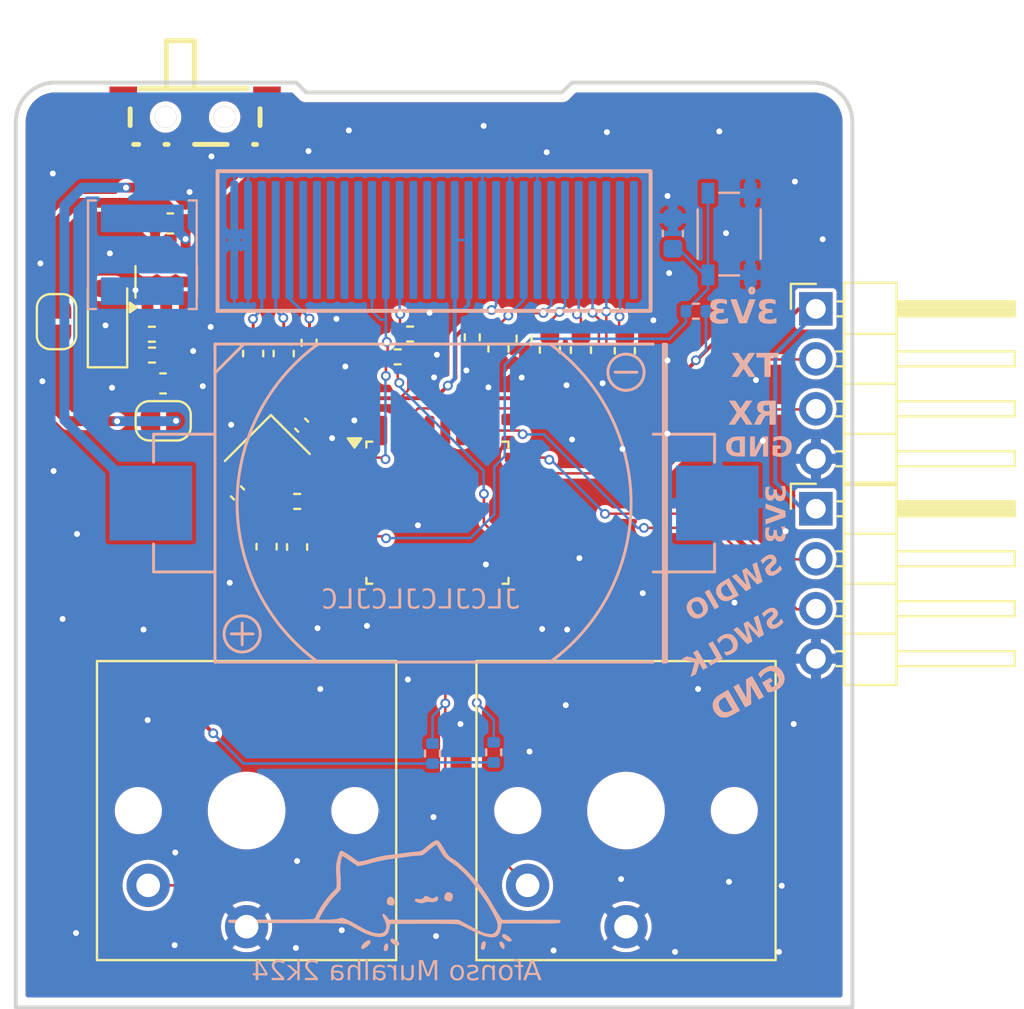
<source format=kicad_pcb>
(kicad_pcb (version 20240108) (generator "pcbnew") (generator_version "8.0")
  (layers (0 "F.Cu" signal) (31 "B.Cu" signal) (34 "B.Paste" user) (35 "F.Paste" user) (36 "B.SilkS" user "B.Silkscreen") (37 "F.SilkS" user "F.Silkscreen") (38 "B.Mask" user) (39 "F.Mask" user) (44 "Edge.Cuts" user))
  (net 0 "")
  (net 1 "Net-(BT1-+)")
  (net 2 "GND")
  (net 3 "Net-(D1-K)")
  (net 4 "3V3")
  (net 5 "/RST")
  (net 6 "/XTAL_IN")
  (net 7 "Net-(C7-Pad2)")
  (net 8 "Net-(D1-A)")
  (net 9 "/SW1")
  (net 10 "/SW2")
  (net 11 "Net-(U2-FB)")
  (net 12 "/XTAL_OUT")
  (net 39 "unconnected-(J1-Pin_17-Pad17)")
  (net 43 "Net-(J1-Pin_5)")
  (net 44 "Net-(J1-Pin_4)")
  (net 45 "Net-(J1-Pin_3)")
  (net 46 "Net-(J1-Pin_2)")
  (net 47 "Net-(J1-Pin_27)")
  (net 48 "Net-(J1-Pin_28)")
  (net 49 "/SDA")
  (net 50 "Net-(J1-Pin_26)")
  (net 51 "/SCL")
  (net 52 "Net-(J1-Pin_7)")
  (net 53 "Net-(JP1-A)")
  (net 54 "/SWDIO")
  (net 55 "/SWCLK")
  (net 56 "/UART_TX")
  (net 57 "/UART_RX")
  (footprint "Capacitor_SMD:C_0402_1005Metric" (layer "F.Cu") (at 97.943256 62.974587 -45)
    (property "Reference" "C7" (hide yes))
    (property "Value" "18p")
  )
  (footprint "Capacitor_SMD:C_0603_1608Metric" (layer "F.Cu") (at 100.29 55.89 90)
    (property "Reference" "C12" (hide yes))
    (property "Value" "2.2u")
  )
  (footprint "Resistor_SMD:R_0402_1005Metric" (layer "F.Cu") (at 106.079999 56.06)
    (property "Reference" "R12" (hide yes))
    (property "Value" "10k")
  )
  (footprint "Capacitor_SMD:C_0603_1608Metric" (layer "F.Cu") (at 117.62 55.75 90)
    (property "Reference" "C9" (hide yes))
    (property "Value" "2.2u")
  )
  (footprint "Connector_PinHeader_2.54mm:PinHeader_1x04_P2.54mm_Horizontal" (layer "F.Cu") (at 127.325 53.62)
    (property "Reference" "J3" (hide yes))
    (property "Value" "Conn_01x04")
  )
  (footprint "Bongo-Cat-Fidget-Toy:SW-SMD_SK-3296S-01-L3" (layer "F.Cu") (at 95.79 44.36 180)
    (property "Reference" "SW5" (hide yes))
    (property "Value" "SW_SPDT_321")
  )
  (footprint "Diode_SMD:D_SOD-123" (layer "F.Cu") (at 91.34 54.23 90)
    (property "Reference" "D1" (hide yes))
    (property "Value" "D_Schottky")
  )
  (footprint "Jumper:SolderJumper-2_P1.3mm_Open_RoundedPad1.0x1.5mm" (layer "F.Cu") (at 94.170001 59.31)
    (property "Reference" "JP2" (hide yes))
    (property "Value" "SolderJumper_2_Open")
  )
  (footprint "Crystal:Crystal_SMD_2520-4Pin_2.5x2.0mm" (layer "F.Cu") (at 99.46 61.175 -135)
    (property "Reference" "Y1" (hide yes))
    (property "Value" "Crystal_GND24_Small")
  )
  (footprint "Resistor_SMD:R_0402_1005Metric" (layer "F.Cu") (at 101.58 55.34 90)
    (property "Reference" "R11" (hide yes))
    (property "Value" "390k")
  )
  (footprint "Capacitor_SMD:C_0402_1005Metric" (layer "F.Cu") (at 101.203018 59.530977 135)
    (property "Reference" "C6" (hide yes))
    (property "Value" "18p")
  )
  (footprint "Resistor_SMD:R_0402_1005Metric" (layer "F.Cu") (at 93.6 55.97)
    (property "Reference" "R6" (hide yes))
    (property "Value" "11.5k")
  )
  (footprint "Package_TO_SOT_SMD:SOT-23-6" (layer "F.Cu") (at 94.32 52.25 90)
    (property "Reference" "U2" (hide yes))
    (property "Value" "MT3608")
  )
  (footprint "Capacitor_SMD:C_0603_1608Metric" (layer "F.Cu") (at 113.81 55.71 90)
    (property "Reference" "C10" (hide yes))
    (property "Value" "2.2u")
  )
  (footprint "PCM_Switch_Keyboard_Kailh:SW_Kailh_Choc_V1_1.00u" (layer "F.Cu") (at 98.405 79.12 180)
    (property "Reference" "SW1" (hide yes))
    (property "Value" "SW_Push")
  )
  (footprint "Resistor_SMD:R_0402_1005Metric" (layer "F.Cu") (at 109.87 55.07 90)
    (property "Reference" "R10" (hide yes))
    (property "Value" "100k")
  )
  (footprint "Capacitor_SMD:C_0603_1608Metric" (layer "F.Cu") (at 98.74 55.89 90)
    (property "Reference" "C13" (hide yes))
    (property "Value" "2.2u")
  )
  (footprint "Connector_PinHeader_2.54mm:PinHeader_1x04_P2.54mm_Horizontal" (layer "F.Cu") (at 127.325 63.78)
    (property "Reference" "J2" (hide yes))
    (property "Value" "Conn_01x04")
  )
  (footprint "Capacitor_SMD:C_0603_1608Metric" (layer "F.Cu") (at 100.97 65.725 -90)
    (property "Reference" "C3" (hide yes))
    (property "Value" "100nF")
  )
  (footprint "Jumper:SolderJumper-2_P1.3mm_Open_RoundedPad1.0x1.5mm" (layer "F.Cu") (at 88.75 54.269999 -90)
    (property "Reference" "JP1" (hide yes))
    (property "Value" "SolderJumper_2_Open")
  )
  (footprint "Resistor_SMD:R_0402_1005Metric" (layer "F.Cu") (at 112.5 55.13 90)
    (property "Reference" "R3" (hide yes))
    (property "Value" "JMP")
  )
  (footprint "Resistor_SMD:R_0402_1005Metric" (layer "F.Cu") (at 93.59 54.91 180)
    (property "Reference" "R4" (hide yes))
    (property "Value" "2.55k")
  )
  (footprint "Capacitor_SMD:C_0603_1608Metric" (layer "F.Cu") (at 94.53 49.28 180)
    (property "Reference" "C1" (hide yes))
    (property "Value" "22u")
  )
  (footprint "PCM_Switch_Keyboard_Kailh:SW_Kailh_Choc_V1_1.00u" (layer "F.Cu") (at 117.68 79.12 180)
    (property "Reference" "SW2" (hide yes))
    (property "Value" "SW_Push")
  )
  (footprint "Capacitor_SMD:C_0603_1608Metric" (layer "F.Cu") (at 94.16 57.41)
    (property "Reference" "C2" (hide yes))
    (property "Value" "22u")
  )
  (footprint "Capacitor_SMD:C_0603_1608Metric" (layer "F.Cu") (at 111.2 55.65 90)
    (property "Reference" "C11" (hide yes))
    (property "Value" "2.2u")
  )
  (footprint "Capacitor_SMD:C_0603_1608Metric" (layer "F.Cu") (at 115.39 55.72 -90)
    (property "Reference" "C8" (hide yes))
    (property "Value" "2.2u")
  )
  (footprint "Resistor_SMD:R_0402_1005Metric" (layer "F.Cu") (at 106.71 54.9)
    (property "Reference" "R13" (hide yes))
    (property "Value" "10k")
  )
  (footprint "Resistor_SMD:R_0402_1005Metric" (layer "F.Cu") (at 100.976744 63.405922 180)
    (property "Reference" "R9" (hide yes))
    (property "Value" "0")
  )
  (footprint "Capacitor_SMD:C_0603_1608Metric" (layer "F.Cu") (at 99.42 65.704999 -90)
    (property "Reference" "C4" (hide yes))
    (property "Value" "4.7uF")
  )
  (footprint "Package_QFP:LQFP-32_7x7mm_P0.8mm" (layer "F.Cu") (at 108.1 63.98)
    (property "Reference" "U1" (hide yes))
    (property "Value" "STM32G030K8Tx")
  )
  (footprint "Bongo-Cat-Fidget-Toy:sh1106-1.3inch-oled" (layer "B.Cu") (at 107.93 50.12 180)
    (property "Reference" "J1" (hide yes))
    (property "Value" "Conn_01x30")
  )
  (footprint "Capacitor_SMD:C_0603_1608Metric" (layer "B.Cu") (at 120.06 49.79 90)
    (property "Reference" "C5" (hide yes))
    (property "Value" "100nF")
  )
  (footprint "Bongo-Cat-Fidget-Toy:SW_SKRPACE010" (layer "B.Cu") (at 122.92 49.819849 90)
    (property "Reference" "SW3" (hide yes))
    (property "Value" "SW_MEC_5E")
  )
  (footprint "LOGO" (layer "B.Cu") (at 106.29 83.98 165)
    (property "Reference" "G***" (hide yes))
    (property "Value" "LOGO" (hide yes))
  )
  (footprint "Bongo-Cat-Fidget-Toy:BAT-TH_CR2032-BS-6-1" (layer "B.Cu") (at 107.93 63.49 180)
    (property "Reference" "BT1" (hide yes))
    (property "Value" "Battery")
  )
  (footprint "Resistor_SMD:R_0402_1005Metric" (layer "B.Cu") (at 107.85 76.22 90)
    (property "Reference" "R1" (hide yes))
    (property "Value" "100k")
  )
  (footprint "Resistor_SMD:R_0402_1005Metric" (layer "B.Cu") (at 110.96 76.16 90)
    (property "Reference" "R2" (hide yes))
    (property "Value" "100k")
  )
  (footprint "Inductor_SMD:L_Changjiang_FNR5040S" (layer "B.Cu") (at 93.11 50.87 90)
    (property "Reference" "L1" (hide yes))
    (property "Value" "22uH")
  )
  (footprint "Resistor_SMD:R_0402_1005Metric" (layer "B.Cu") (at 121.23 53.74 180)
    (property "Reference" "R8" (hide yes))
    (property "Value" "100k")
  )
  (gr_line (start 129.18 44.12) (end 129.18 89.12) (stroke (width 0.2)) (layer "Edge.Cuts"))
  (gr_line (start 114.93 42.12) (end 127.18 42.12) (stroke (width 0.2)) (layer "Edge.Cuts"))
  (gr_arc (start 127.18 42.12) (mid 128.594214 42.705786) (end 129.18 44.12) (stroke (width 0.2)) (layer "Edge.Cuts"))
  (gr_line (start 86.68 44.12) (end 86.68 89.12) (stroke (width 0.2)) (layer "Edge.Cuts"))
  (gr_line (start 86.68 89.12) (end 129.18 89.12) (stroke (width 0.2)) (layer "Edge.Cuts"))
  (gr_line (start 101.43 42.62) (end 100.93 42.12) (stroke (width 0.2)) (layer "Edge.Cuts"))
  (gr_line (start 114.43 42.62) (end 114.93 42.12) (stroke (width 0.2)) (layer "Edge.Cuts"))
  (gr_line (start 100.93 42.12) (end 88.68 42.12) (stroke (width 0.2)) (layer "Edge.Cuts"))
  (gr_arc (start 86.68 44.12) (mid 87.265786 42.705786) (end 88.68 42.12) (stroke (width 0.2)) (layer "Edge.Cuts"))
  (gr_line (start 114.43 42.62) (end 101.43 42.62) (stroke (width 0.2)) (layer "Edge.Cuts"))
  (gr_text "3V3\n" (at 125.44 53.86 0) (layer "B.SilkS") (effects (font (size 1.2 1.2) (thickness 0.3) (bold yes)) (justify left mirror)))
  (gr_text "GND" (at 126.17 60.71 0) (layer "B.SilkS") (effects (font (size 1 1) (thickness 0.3) (bold yes)) (justify left mirror)))
  (gr_text "JLCJLCJLCJLC" (at 112.3 69.02 0) (layer "B.SilkS") (effects (font (size 1 1) (thickness 0.1)) (justify left bottom mirror)))
  (gr_text "GND" (at 125.77 72.14 30) (layer "B.SilkS") (effects (font (size 1.2 1.2) (thickness 0.3) (bold yes)) (justify left mirror)))
  (gr_text "SWCLK" (at 125.6 69.18 30) (layer "B.SilkS") (effects (font (size 1 1) (thickness 0.3) (bold yes)) (justify left mirror)))
  (gr_text "Afonso Muralha 2k24" (at 113.4 87.91 0) (layer "B.SilkS") (effects (font (size 1 1) (thickness 0.1)) (justify left bottom mirror)))
  (gr_text "3V3\n" (at 125.37 62.53 90) (layer "B.SilkS") (effects (font (size 1 1) (thickness 0.3) (bold yes)) (justify left mirror)))
  (gr_text "SWDIO" (at 125.53 66.48 30) (layer "B.SilkS") (effects (font (size 1 1) (thickness 0.3) (bold yes)) (justify left mirror)))
  (gr_text "TX" (at 125.44 56.58 0) (layer "B.SilkS") (effects (font (size 1.2 1.2) (thickness 0.3) (bold yes)) (justify left mirror)))
  (gr_text "RX" (at 125.44 59.01 0) (layer "B.SilkS") (effects (font (size 1.2 1.2) (thickness 0.3) (bold yes)) (justify left mirror)))
  (segment (start 95.04 46.404) (end 95.04 45.95) (width 0.5) (layer "F.Cu") (net 1))
  (segment (start 93.984 47.46) (end 95.04 46.404) (width 0.5) (layer "F.Cu") (net 1))
  (segment (start 92.28 47.46) (end 93.984 47.46) (width 0.5) (layer "F.Cu") (net 1))
  (via (at 92.28 47.46) (size 0.5) (drill 0.3) (layers "F.Cu" "B.Cu") (net 1))
  (segment (start 90.06 47.46) (end 89.15 48.37) (width 0.5) (layer "B.Cu") (net 1))
  (segment (start 89.15 48.37) (end 89.15 59.27) (width 0.5) (layer "B.Cu") (net 1))
  (segment (start 92.28 47.46) (end 90.06 47.46) (width 0.5) (layer "B.Cu") (net 1))
  (segment (start 93.37 63.49) (end 93.54 63.49) (width 0.5) (layer "B.Cu") (net 1))
  (segment (start 89.15 59.27) (end 93.37 63.49) (width 0.5) (layer "B.Cu") (net 1))
  (segment (start 109.805 55.644999) (end 109.805 55.905) (width 0.127) (layer "F.Cu") (net 2))
  (segment (start 109.87 56.45) (end 109.87 55.579999) (width 0.127) (layer "F.Cu") (net 2))
  (segment (start 109.87 55.579999) (end 109.87 55.97) (width 0.127) (layer "F.Cu") (net 2))
  (segment (start 109.69 55.759999) (end 109.69 56.01) (width 0.127) (layer "F.Cu") (net 2))
  (segment (start 109.87 55.579999) (end 109.805 55.644999) (width 0.127) (layer "F.Cu") (net 2))
  (segment (start 109.805 55.905) (end 109.77 55.94) (width 0.127) (layer "F.Cu") (net 2))
  (segment (start 109.57 56.75) (end 109.87 56.45) (width 0.127) (layer "F.Cu") (net 2))
  (segment (start 109.87 55.97) (end 109.59 56.25) (width 0.127) (layer "F.Cu") (net 2))
  (segment (start 109.87 55.579999) (end 109.69 55.759999) (width 0.127) (layer "F.Cu") (net 2))
  (via (at 113.42 69.89) (size 0.5) (drill 0.3) (layers "F.Cu" "B.Cu") (net 2))
  (via (at 102.15 72.94) (size 0.5) (drill 0.3) (layers "F.Cu" "B.Cu") (net 2))
  (via (at 124.63 60.33) (size 0.5) (drill 0.3) (layers "F.Cu" "B.Cu") (net 2))
  (via (at 126.2 74.72) (size 0.5) (drill 0.3) (layers "F.Cu" "B.Cu") (net 2))
  (via (at 94.78 81.25) (size 0.5) (drill 0.3) (layers "F.Cu" "B.Cu") (net 2))
  (via (at 91.57 57.63) (size 0.5) (drill 0.3) (layers "F.Cu" "B.Cu") (net 2))
  (via (at 126.26 47.15) (size 0.5) (drill 0.3) (layers "F.Cu" "B.Cu") (net 2))
  (via (at 109.57 56.75) (size 0.5) (drill 0.3) (layers "F.Cu" "B.Cu") (net 2))
  (via (at 103.88 59.29) (size 0.5) (drill 0.3) (layers "F.Cu" "B.Cu") (net 2))
  (via (at 97.55 67.54) (size 0.5) (drill 0.3) (layers "F.Cu" "B.Cu") (net 2))
  (via (at 96.62 45.87) (size 0.5) (drill 0.3) (layers "F.Cu" "B.Cu") (net 2))
  (via (at 119.79 47.88) (size 0.5) (drill 0.3) (layers "F.Cu" "B.Cu") (net 2))
  (via (at 95.51 47.68) (size 0.5) (drill 0.3) (layers "F.Cu" "B.Cu") (net 2))
  (via (at 102.75 60.19) (size 0.5) (drill 0.3) (layers "F.Cu" "B.Cu") (net 2))
  (via (at 115.31 66.29) (size 0.5) (drill 0.3) (layers "F.Cu" "B.Cu") (net 2))
  (via (at 107.7 53.82) (size 0.5) (drill 0.3) (layers "F.Cu" "B.Cu") (net 2))
  (via (at 108.03 85.5) (size 0.5) (drill 0.3) (layers "F.Cu" "B.Cu") (net 2))
  (via (at 107.9 79.45) (size 0.5) (drill 0.3) (layers "F.Cu" "B.Cu") (net 2))
  (via (at 112.78 76.12) (size 0.5) (drill 0.3) (layers "F.Cu" "B.Cu") (net 2))
  (via (at 91.46 50.8) (size 0.5) (drill 0.3) (layers "F.Cu" "B.Cu") (net 2))
  (via (at 95.69 55.76) (size 0.5) (drill 0.3) (layers "F.Cu" "B.Cu") (net 2))
  (via (at 112.38 57.11) (size 0.5) (drill 0.3) (layers "F.Cu" "B.Cu") (net 2))
  (via (at 124.28 57.24) (size 0.5) (drill 0.3) (layers "F.Cu" "B.Cu") (net 2))
  (via (at 119.78 59.96) (size 0.5) (drill 0.3) (layers "F.Cu" "B.Cu") (net 2))
  (via (at 116.49 57.4) (size 0.5) (drill 0.3) (layers "F.Cu" "B.Cu") (net 2))
  (via (at 114.94 60.26) (size 0.5) (drill 0.3) (layers "F.Cu" "B.Cu") (net 2))
  (via (at 104.52 69.73) (size 0.5) (drill 0.3) (layers "F.Cu" "B.Cu") (net 2))
  (via (at 114.66 57.5) (size 0.5) (drill 0.3) (layers "F.Cu" "B.Cu") (net 2))
  (via (at 102.97 54.13) (size 0.5) (drill 0.3) (layers "F.Cu" "B.Cu") (net 2))
  (via (at 122.42 44.6) (size 0.5) (drill 0.3) (layers "F.Cu" "B.Cu") (net 2))
  (via (at 117.43 82.6) (size 0.5) (drill 0.3) (layers "F.Cu" "B.Cu") (net 2))
  (via (at 121.34 72.94) (size 0.5) (drill 0.3) (layers "F.Cu" "B.Cu") (net 2))
  (via (at 102.01 69.85) (size 0.5) (drill 0.3) (layers "F.Cu" "B.Cu") (net 2))
  (via (at 97.62 59.51) (size 0.5) (drill 0.3) (layers "F.Cu" "B.Cu") (net 2))
  (via (at 107.93 57.1) (size 0.5) (drill 0.3) (layers "F.Cu" "B.Cu") (net 2))
  (via (at 123.19 68.55) (size 0.5) (drill 0.3) (layers "F.Cu" "B.Cu") (net 2))
  (via (at 110.56 66.61) (size 0.5) (drill 0.3) (layers "F.Cu" "B.Cu") (net 2))
  (via (at 114.62 73.76) (size 0.5) (drill 0.3) (layers "F.Cu" "B.Cu") (net 2))
  (via (at 113.65 45.66) (size 0.5) (drill 0.3) (layers "F.Cu" "B.Cu") (net 2))
  (via (at 88.6 61.86) (size 0.5) (drill 0.3) (layers "F.Cu" "B.Cu") (net 2))
  (via (at 93.17 69.92) (size 0.5) (drill 0.3) (layers "F.Cu" "B.Cu") (net 2))
  (via (at 110.69 57.61) (size 0.5) (drill 0.3) (layers "F.Cu" "B.Cu") (net 2))
  (via (at 93.38 74.52) (size 0.5) (drill 0.3) (layers "F.Cu" "B.Cu") (net 2))
  (via (at 125.79 64.92) (size 0.5) (drill 0.3) (layers "F.Cu" "B.Cu") (net 2))
  (via (at 119.87 51.8) (size 0.5) (drill 0.3) (layers "F.Cu" "B.Cu") (net 2))
  (via (at 88.56 46.74) (size 0.5) (drill 0.3) (layers "F.Cu" "B.Cu") (net 2))
  (via (at 107.11 64.62) (size 0.5) (drill 0.3) (layers "F.Cu" "B.Cu") (net 2))
  (via (at 89.74 85.34) (size 0.5) (drill 0.3) (layers "F.Cu" "B.Cu") (net 2))
  (via (at 109.27 74.72) (size 0.5) (drill 0.3) (layers "F.Cu" "B.Cu") (net 2))
  (via (at 122.91 82.74) (size 0.5) (drill 0.3) (layers "F.Cu" "B.Cu") (net 2))
  (via (at 103.42 56.55) (size 0.5) (drill 0.3) (layers "F.Cu" "B.Cu") (net 2))
  (via (at 119.79 56.24) (size 0.5) (drill 0.3) (layers "F.Cu" "B.Cu") (net 2))
  (via (at 103.6 44.55) (size 0.5) (drill 0.3) (layers "F.Cu" "B.Cu") (net 2))
  (via (at 114 86.23) (size 0.5) (drill 0.3) (layers "F.Cu" "B.Cu") (net 2))
  (via (at 100.97 81.68) (size 0.5) (drill 0.3) (layers "F.Cu" "B.Cu") (net 2))
  (via (at 103.24 85.2) (size 0.5) (drill 0.3) (layers "F.Cu" "B.Cu") (net 2))
  (via (at 89.06 69.38) (size 0.5) (drill 0.3) (layers "F.Cu" "B.Cu") (net 2))
  (via (at 114.69 69.92) (size 0.5) (drill 0.3) (layers "F.Cu" "B.Cu") (net 2))
  (via (at 106.6 72.46) (size 0.5) (drill 0.3) (layers "F.Cu" "B.Cu") (net 2))
  (via (at 120.17 86.3) (size 0.5) (drill 0.3) (layers "F.Cu" "B.Cu") (net 2))
  (via (at 94.75 85.96) (size 0.5) (drill 0.3) (layers "F.Cu" "B.Cu") (net 2))
  (via (at 117.5 60.74) (size 0.5) (drill 0.3) (layers "F.Cu" "B.Cu") (net 2))
  (via (at 100.91 86.1) (size 0.5) (drill 0.3) (layers "F.Cu" "B.Cu") (net 2))
  (via (at 87.93 51.31) (size 0.5) (drill 0.3) (layers "F.Cu" "B.Cu") (net 2))
  (via (at 108.07 55.95) (size 0.5) (drill 0.3) (layers "F.Cu" "B.Cu") (net 2))
  (via (at 110.45 44.32) (size 0.5) (drill 0.3) (layers "F.Cu" "B.Cu") (net 2))
  (via (at 101.55 45.6) (size 0.5) (drill 0.3) (layers "F.Cu" "B.Cu") (net 2))
  (via (at 118.53 68.07) (size 0.5) (drill 0.3) (layers "F.Cu" "B.Cu") (net 2))
  (via (at 127.67 50.08) (size 0.5) (drill 0.3) (layers "F.Cu" "B.Cu") (net 2))
  (via (at 89.79 65.06) (size 0.5) (drill 0.3) (layers "F.Cu" "B.Cu") (net 2))
  (via (at 96.18 57.55) (size 0.5) (drill 0.3) (layers "F.Cu" "B.Cu") (net 2))
  (via (at 88.03 57.3) (size 0.5) (drill 0.3) (layers "F.Cu" "B.Cu") (net 2))
  (via (at 125.45 86.3) (size 0.5) (drill 0.3) (layers "F.Cu" "B.Cu") (net 2))
  (via (at 122.76 49.77) (size 0.5) (drill 0.3) (layers "F.Cu" "B.Cu") (net 2))
  (via (at 96.58 54.54) (size 0.5) (drill 0.3) (layers "F.Cu" "B.Cu") (net 2))
  (via (at 116.71 44.64) (size 0.5) (drill 0.3) (layers "F.Cu" "B.Cu") (net 2))
  (via (at 91.24 54.46) (size 0.5) (drill 0.3) (layers "F.Cu" "B.Cu") (net 2))
  (via (at 125.59 82.94) (size 0.5) (drill 0.3) (layers "F.Cu" "B.Cu") (net 2))
  (via (at 119.07 54.2) (size 0.5) (drill 0.3) (layers "F.Cu" "B.Cu") (net 2))
  (segment (start 98.48 53.55) (end 98.46 53.57) (width 0.127) (layer "B.Cu") (net 2))
  (segment (start 98.48 46.86) (end 98.76 46.58) (width 0.127) (layer "B.Cu") (net 2))
  (segment (start 97.78 50.12) (end 97.78 46.71) (width 0.127) (layer "B.Cu") (net 2))
  (segment (start 98.48 50.12) (end 98.48 53.55) (width 0.127) (layer "B.Cu") (net 2))
  (segment (start 113.18 46.61) (end 113.13 46.56) (width 0.127) (layer "B.Cu") (net 2))
  (segment (start 110.38 50.12) (end 110.38 46.51) (width 0.127) (layer "B.Cu") (net 2))
  (segment (start 97.78 50.12) (end 97.78 53.72) (width 0.127) (layer "B.Cu") (net 2))
  (segment (start 97.78 53.72) (end 97.73 53.77) (width 0.127) (layer "B.Cu") (net 2))
  (segment (start 98.48 50.12) (end 98.48 46.86) (width 0.127) (layer "B.Cu") (net 2))
  (segment (start 111.78 46.48) (end 111.76 46.46) (width 0.127) (layer "B.Cu") (net 2))
  (segment (start 97.78 46.71) (end 97.77 46.7) (width 0.127) (layer "B.Cu") (net 2))
  (segment (start 111.78 50.12) (end 111.78 46.48) (width 0.127) (layer "B.Cu") (net 2))
  (segment (start 113.18 50.12) (end 113.18 46.61) (width 0.127) (layer "B.Cu") (net 2))
  (segment (start 110.38 46.51) (end 110.31 46.44) (width 0.127) (layer "B.Cu") (net 2))
  (segment (start 93.385 59.174998) (end 93.520002 59.31) (width 0.5) (layer "F.Cu") (net 3))
  (segment (start 91.34 55.88) (end 92.910001 55.88) (width 0.5) (layer "F.Cu") (net 3))
  (segment (start 93.090001 55.97) (end 93.33 56.209999) (width 0.5) (layer "F.Cu") (net 3))
  (segment (start 93.33 57.355) (end 93.385 57.41) (width 0.5) (layer "F.Cu") (net 3))
  (segment (start 93.385 57.41) (end 93.385 59.174998) (width 0.5) (layer "F.Cu") (net 3))
  (segment (start 92.910001 55.88) (end 93.100001 56.07) (width 0.5) (layer "F.Cu") (net 3))
  (segment (start 93.33 56.209999) (end 93.33 57.355) (width 0.5) (layer "F.Cu") (net 3))
  (segment (start 110.37 53.68) (end 110.85 53.68) (width 0.127) (layer "F.Cu") (net 4))
  (segment (start 101.51 64.95) (end 102.88 63.58) (width 0.127) (layer "F.Cu") (net 4))
  (segment (start 97.439999 64.929999) (end 98.68 64.929999) (width 0.2) (layer "F.Cu") (net 4))
  (segment (start 109.87 54.18) (end 110.26 53.79) (width 0.127) (layer "F.Cu") (net 4))
  (segment (start 97.08 58.16) (end 95.93 59.31) (width 0.2) (layer "F.Cu") (net 4))
  (segment (start 109.5 58.16) (end 108.32 58.16) (width 0.2) (layer "F.Cu") (net 4))
  (segment (start 110.18 57.48) (end 109.5 58.16) (width 0.2) (layer "F.Cu") (net 4))
  (segment (start 100.97 64.95) (end 101.51 64.95) (width 0.127) (layer "F.Cu") (net 4))
  (segment (start 106.02 58.16) (end 104.86 58.16) (width 0.2) (layer "F.Cu") (net 4))
  (segment (start 100.53 58.16) (end 103.53 58.16) (width 0.2) (layer "F.Cu") (net 4))
  (segment (start 111.2 54.875) (end 111.2 55.17) (width 0.127) (layer "F.Cu") (net 4))
  (segment (start 88.75 58.73) (end 89.06 59.04) (width 0.5) (layer "F.Cu") (net 4))
  (segment (start 113.05 57.4) (end 112.29 58.16) (width 0.2) (layer "F.Cu") (net 4))
  (segment (start 98.8 64.929999) (end 98.820001 64.95) (width 0.127) (layer "F.Cu") (net 4))
  (segment (start 96.3 63.79) (end 96.3 74.78) (width 0.2) (layer "F.Cu") (net 4))
  (segment (start 119.33 58.16) (end 112.29 58.16) (width 0.2) (layer "F.Cu") (net 4))
  (segment (start 96.3 63.79) (end 97.439999 64.929999) (width 0.2) (layer "F.Cu") (net 4))
  (segment (start 98.68 64.929999) (end 98.8 64.929999) (width 0.127) (layer "F.Cu") (net 4))
  (segment (start 106.589998 56.06) (end 106.589998 55.530001) (width 0.127) (layer "F.Cu") (net 4))
  (segment (start 106.6235 56.093502) (end 106.6235 57.7365) (width 0.127) (layer "F.Cu") (net 4))
  (segment (start 104.86 58.16) (end 103.53 58.16) (width 0.2) (layer "F.Cu") (net 4))
  (segment (start 98.820001 64.95) (end 100.97 64.95) (width 0.127) (layer "F.Cu") (net 4))
  (segment (start 95.84 59.31) (end 95.91 59.31) (width 0.2) (layer "F.Cu") (net 4))
  (segment (start 96.31 74.79) (end 96.3 74.79) (width 0.2) (layer "F.Cu") (net 4))
  (segment (start 102.88 63.58) (end 103.925 63.58) (width 0.127) (layer "F.Cu") (net 4))
  (segment (start 98.68 64.929999) (end 99.42 64.929999) (width 0.2) (layer "F.Cu") (net 4))
  (segment (start 113.81 54.27) (end 113.81 54.935) (width 0.127) (layer "F.Cu") (net 4))
  (segment (start 122.51 55.28) (end 122.21 55.28) (width 0.2) (layer "F.Cu") (net 4))
  (segment (start 95.91 59.31) (end 96.3 59.7) (width 0.2) (layer "F.Cu") (net 4))
  (segment (start 95.93 59.31) (end 95.84 59.31) (width 0.2) (layer "F.Cu") (net 4))
  (segment (start 107.99 58.16) (end 108.63 57.52) (width 0.2) (layer "F.Cu") (net 4))
  (segment (start 106.589998 55.530001) (end 107.219999 54.9) (width 0.127) (layer "F.Cu") (net 4))
  (segment (start 110.26 53.79) (end 110.37 53.68) (width 0.127) (layer "F.Cu") (net 4))
  (segment (start 106.02 58.16) (end 107.43 58.16) (width 0.2) (layer "F.Cu") (net 4))
  (segment (start 106.589998 56.06) (end 106.6235 56.093502) (width 0.127) (layer "F.Cu") (net 4))
  (segment (start 113.81 54.935) (end 113.81 55.17) (width 0.127) (layer "F.Cu") (net 4))
  (segment (start 111.7 53.96) (end 111.2 54.46) (width 0.127) (layer "F.Cu") (net 4))
  (segment (start 106.6235 57.7365) (end 106.2 58.16) (width 0.127) (layer "F.Cu") (net 4))
  (segment (start 96.3 74.78) (end 96.31 74.79) (width 0.2) (layer "F.Cu") (net 4))
  (segment (start 100.53 58.16) (end 97.08 58.16) (width 0.2) (layer "F.Cu") (net 4))
  (segment (start 88.75 54.919998) (end 88.75 58.73) (width 0.5) (layer "F.Cu") (net 4))
  (segment (start 122.21 55.28) (end 119.33 58.16) (width 0.2) (layer "F.Cu") (net 4))
  (segment (start 96.3 59.7) (end 96.3 63.79) (width 0.2) (layer "F.Cu") (net 4))
  (segment (start 126.43 53.65) (end 127.525 53.65) (width 0.2) (layer "F.Cu") (net 4))
  (segment (start 109.01 57.14) (end 109.01 55.03) (width 0.2) (layer "F.Cu") (net 4))
  (segment (start 107.43 58.16) (end 108.32 58.16) (width 0.2) (layer "F.Cu") (net 4))
  (segment (start 108.63 57.52) (end 109.01 57.14) (width 0.2) (layer "F.Cu") (net 4))
  (segment (start 113.05 55.93) (end 113.05 57.4) (width 0.2) (layer "F.Cu") (net 4))
  (segment (start 113.92 54.16) (end 114.3 53.78) (width 0.127) (layer "F.Cu") (net 4))
  (segment (start 107.43 58.16) (end 107.99 58.16) (width 0.2) (layer "F.Cu") (net 4))
  (segment (start 110.18 56.19) (end 110.18 57.48) (width 0.2) (layer "F.Cu") (net 4))
  (segment (start 89.35 59.33) (end 91.83 59.33) (width 0.5) (layer "F.Cu") (net 4))
  (segment (start 109.01 55.03) (end 109.479999 54.560001) (width 0.2) (layer "F.Cu") (net 4))
  (segment (start 96.71 75.19) (end 96.31 74.79) (width 0.2) (layer "F.Cu") (net 4))
  (segment (start 112.29 58.16) (end 109.5 58.16) (width 0.2) (layer "F.Cu") (net 4))
  (segment (start 122.51 55.28) (end 124.8 55.28) (width 0.2) (layer "F.Cu") (net 4))
  (segment (start 109.87 54.560001) (end 109.87 54.18) (width 0.127) (layer "F.Cu") (net 4))
  (segment (start 89.06 59.04) (end 89.35 59.33) (width 0.5) (layer "F.Cu") (net 4))
  (segment (start 111.2 54.46) (end 111.2 54.875) (width 0.127) (layer "F.Cu") (net 4))
  (segment (start 124.8 55.28) (end 126.43 53.65) (width 0.2) (layer "F.Cu") (net 4))
  (segment (start 109.479999 54.560001) (end 109.87 54.560001) (width 0.2) (layer "F.Cu") (net 4))
  (segment (start 113.92 54.16) (end 113.81 54.27) (width 0.127) (layer "F.Cu") (net 4))
  (segment (start 113.81 55.17) (end 113.05 55.93) (width 0.2) (layer "F.Cu") (net 4))
  (segment (start 111.2 55.17) (end 110.18 56.19) (width 0.2) (layer "F.Cu") (net 4))
  (segment (start 95.84 59.31) (end 94.82 59.31) (width 0.2) (layer "F.Cu") (net 4))
  (via (at 111.7 53.96) (size 0.5) (drill 0.3) (layers "F.Cu" "B.Cu") (net 4))
  (via (at 121.23 56.23) (size 0.5) (drill 0.3) (layers "F.Cu" "B.Cu") (net 4))
  (via (at 108.63 57.52) (size 0.5) (drill 0.3) (layers "F.Cu" "B.Cu") (net 4))
  (via (at 114.3 53.78) (size 0.5) (drill 0.3) (layers "F.Cu" "B.Cu") (net 4))
  (via (at 91.83 59.33) (size 0.5) (drill 0.3) (layers "F.Cu" "B.Cu") (net 4))
  (via (at 94.82 59.31) (size 0.5) (drill 0.3) (layers "F.Cu" "B.Cu") (net 4))
  (via (at 96.71 75.19) (size 0.5) (drill 0.3) (layers "F.Cu" "B.Cu") (net 4))
  (via (at 110.85 53.68) (size 0.5) (drill 0.3) (layers "F.Cu" "B.Cu") (net 4))
  (segment (start 125.26 62.41) (end 126.66 63.81) (width 0.2) (layer "B.Cu") (net 4))
  (segment (start 111.08 53.45) (end 111.08 50.12) (width 0.127) (layer "B.Cu") (net 4))
  (segment (start 126.66 63.81) (end 127.525 63.81) (width 0.2) (layer "B.Cu") (net 4))
  (segment (start 110.96 76.669999) (end 107.91 76.669999) (width 0.127) (layer "B.Cu") (net 4))
  (segment (start 109.4 53.69) (end 109.68 53.41) (width 0.2) (layer "B.Cu") (net 4))
  (segment (start 110.85 53.68) (end 111.08 53.45) (width 0.127) (layer "B.Cu") (net 4))
  (segment (start 94.8 59.33) (end 94.82 59.31) (width 0.5) (layer "B.Cu") (net 4))
  (segment (start 108.98 53.69) (end 108.98 50.12) (width 0.2) (layer "B.Cu") (net 4))
  (segment (start 91.83 59.33) (end 94.8 59.33) (width 0.5) (layer "B.Cu") (net 4))
  (segment (start 108.98 57.17) (end 108.98 53.69) (width 0.2) (layer "B.Cu") (net 4))
  (segment (start 111.7 53.96) (end 112.48 53.18) (width 0.127) (layer "B.Cu") (net 4))
  (segment (start 109.68 53.41) (end 109.68 50.12) (width 0.2) (layer "B.Cu") (net 4))
  (segment (start 121.74 53.74) (end 121.74 55.72) (width 0.127) (layer "B.Cu") (net 4))
  (segment (start 107.91 76.669999) (end 107.85 76.729999) (width 0.127) (layer "B.Cu") (net 4))
  (segment (start 114.3 53.78) (end 114.58 53.5) (width 0.127) (layer "B.Cu") (net 4))
  (segment (start 109.68 50.12) (end 108.98 50.12) (width 0.127) (layer "B.Cu") (net 4))
  (segment (start 98.249999 76.729999) (end 96.71 75.19) (width 0.127) (layer "B.Cu") (net 4))
  (segment (start 125.26 55.915) (end 125.26 62.41) (width 0.2) (layer "B.Cu") (net 4))
  (segment (start 121.74 55.72) (end 121.23 56.23) (width 0.127) (layer "B.Cu") (net 4))
  (segment (start 108.98 53.69) (end 109.4 53.69) (width 0.2) (layer "B.Cu") (net 4))
  (segment (start 112.48 53.18) (end 112.48 50.12) (width 0.127) (layer "B.Cu") (net 4))
  (segment (start 107.85 76.729999) (end 98.249999 76.729999) (width 0.127) (layer "B.Cu") (net 4))
  (segment (start 108.63 57.52) (end 108.98 57.17) (width 0.2) (layer "B.Cu") (net 4))
  (segment (start 127.525 53.65) (end 125.26 55.915) (width 0.2) (layer "B.Cu") (net 4))
  (segment (start 114.58 53.5) (end 114.58 50.12) (width 0.127) (layer "B.Cu") (net 4))
  (segment (start 105.49 65.28) (end 105.39 65.18) (width 0.127) (layer "F.Cu") (net 5))
  (segment (start 105.39 65.18) (end 103.925 65.18) (width 0.127) (layer "F.Cu") (net 5))
  (via (at 105.49 65.28) (size 0.5) (drill 0.3) (layers "F.Cu" "B.Cu") (net 5))
  (segment (start 120.06 50.565) (end 120.355 50.565) (width 0.127) (layer "B.Cu") (net 5))
  (segment (start 121.684849 51.894849) (end 121.845 51.894849) (width 0.127) (layer "B.Cu") (net 5))
  (segment (start 105.5 65.27) (end 109.78 65.27) (width 0.127) (layer "B.Cu") (net 5))
  (segment (start 121.845 47.744849) (end 121.845 51.894849) (width 0.127) (layer "B.Cu") (net 5))
  (segment (start 120.355 50.565) (end 121.684849 51.894849) (width 0.127) (layer "B.Cu") (net 5))
  (segment (start 119.89 55.14) (end 120.72 54.31) (width 0.127) (layer "B.Cu") (net 5))
  (segment (start 105.49 65.28) (end 105.5 65.27) (width 0.127) (layer "B.Cu") (net 5))
  (segment (start 110.99 61.64) (end 111.52 61.11) (width 0.127) (layer "B.Cu") (net 5))
  (segment (start 109.78 65.27) (end 110.99 64.06) (width 0.127) (layer "B.Cu") (net 5))
  (segment (start 120.72 54.31) (end 120.72 53.74) (width 0.127) (layer "B.Cu") (net 5))
  (segment (start 121.845 52.615) (end 121.845 51.894849) (width 0.127) (layer "B.Cu") (net 5))
  (segment (start 111.52 61.11) (end 111.52 56.47) (width 0.127) (layer "B.Cu") (net 5))
  (segment (start 120.72 53.74) (end 121.845 52.615) (width 0.127) (layer "B.Cu") (net 5))
  (segment (start 110.99 64.06) (end 110.99 61.64) (width 0.127) (layer "B.Cu") (net 5))
  (segment (start 112.85 55.14) (end 119.89 55.14) (width 0.127) (layer "B.Cu") (net 5))
  (segment (start 111.52 56.47) (end 112.85 55.14) (width 0.127) (layer "B.Cu") (net 5))
  (segment (start 99.583744 60.061307) (end 99.583744 61.333744) (width 0.127) (layer "F.Cu") (net 6))
  (segment (start 100.863607 59.191566) (end 100.453485 59.191566) (width 0.127) (layer "F.Cu") (net 6))
  (segment (start 99.583744 61.333744) (end 100.48 62.23) (width 0.127) (layer "F.Cu") (net 6))
  (segment (start 102.34 62.001896) (end 103.903104 62.001896) (width 0.127) (layer "F.Cu") (net 6))
  (segment (start 103.903104 62.001896) (end 103.925 61.98) (width 0.127) (layer "F.Cu") (net 6))
  (segment (start 102.111896 62.23) (end 102.34 62.001896) (width 0.127) (layer "F.Cu") (net 6))
  (segment (start 100.453485 59.191566) (end 99.583744 60.061307) (width 0.127) (layer "F.Cu") (net 6))
  (segment (start 100.48 62.23) (end 102.111896 62.23) (width 0.127) (layer "F.Cu") (net 6))
  (segment (start 99.307972 62.288693) (end 99.336256 62.288693) (width 0.127) (layer "F.Cu") (net 7))
  (segment (start 98.282667 63.313998) (end 99.307972 62.288693) (width 0.127) (layer "F.Cu") (net 7))
  (segment (start 99.336256 62.288693) (end 100.453485 63.405922) (width 0.127) (layer "F.Cu") (net 7))
  (segment (start 100.453485 63.405922) (end 100.466745 63.405922) (width 0.127) (layer "F.Cu") (net 7))
  (segment (start 91.34 52.58) (end 92.562501 52.58) (width 0.5) (layer "F.Cu") (net 8))
  (segment (start 92.562501 52.58) (end 93.370001 53.3875) (width 0.5) (layer "F.Cu") (net 8))
  (via (at 92.76 52.67) (size 0.5) (drill 0.3) (layers "F.Cu" "B.Cu") (net 8))
  (segment (start 93.58 52.790001) (end 92.880001 52.790001) (width 0.5) (layer "B.Cu") (net 8))
  (segment (start 92.880001 52.790001) (end 92.76 52.67) (width 0.5) (layer "B.Cu") (net 8))
  (segment (start 106.24 82.92) (end 108.5 80.66) (width 0.127) (layer "F.Cu") (net 9))
  (segment (start 108.5 73.19) (end 108.5 73.67) (width 0.127) (layer "F.Cu") (net 9))
  (segment (start 93.405 82.92) (end 106.24 82.92) (width 0.127) (layer "F.Cu") (net 9))
  (segment (start 108.5 68.155) (end 108.5 73.19) (width 0.127) (layer "F.Cu") (net 9))
  (segment (start 108.5 80.66) (end 108.5 73.67) (width 0.127) (layer "F.Cu") (net 9))
  (via (at 108.5 73.67) (size 0.5) (drill 0.3) (layers "F.Cu" "B.Cu") (net 9))
  (segment (start 108.5 73.67) (end 107.85 74.32) (width 0.127) (layer "B.Cu") (net 9))
  (segment (start 107.85 74.32) (end 107.85 75.710001) (width 0.127) (layer "B.Cu") (net 9))
  (segment (start 110.1 80.34) (end 112.68 82.92) (width 0.127) (layer "F.Cu") (net 10))
  (segment (start 110.1 68.155) (end 110.1 80.34) (width 0.127) (layer "F.Cu") (net 10))
  (via (at 110.1 73.64) (size 0.5) (drill 0.3) (layers "F.Cu" "B.Cu") (net 10))
  (segment (start 110.96 74.5) (end 110.96 75.650001) (width 0.127) (layer "B.Cu") (net 10))
  (segment (start 110.1 73.64) (end 110.96 74.5) (width 0.127) (layer "B.Cu") (net 10))
  (segment (start 94.099999 55.96) (end 94.109999 55.97) (width 0.5) (layer "F.Cu") (net 11))
  (segment (start 95.269999 53.3875) (end 95.269999 54.440001) (width 0.5) (layer "F.Cu") (net 11))
  (segment (start 95.269999 54.440001) (end 94.8 54.91) (width 0.5) (layer "F.Cu") (net 11))
  (segment (start 94.099999 54.91) (end 94.099999 55.96) (width 0.5) (layer "F.Cu") (net 11))
  (segment (start 94.8 54.91) (end 94.099999 54.91) (width 0.5) (layer "F.Cu") (net 11))
  (segment (start 101.486743 63.405922) (end 101.855922 63.405922) (width 0.127) (layer "F.Cu") (net 12))
  (segment (start 102.481844 62.78) (end 103.925 62.78) (width 0.127) (layer "F.Cu") (net 12))
  (segment (start 101.855922 63.405922) (end 102.481844 62.78) (width 0.127) (layer "F.Cu") (net 12))
  (segment (start 106.88 50.12) (end 106.91 50.15) (width 0.15) (layer "B.Cu") (net 39))
  (segment (start 115.39 54.1) (end 115.19 53.9) (width 0.127) (layer "F.Cu") (net 43))
  (segment (start 115.39 54.945) (end 115.39 54.1) (width 0.127) (layer "F.Cu") (net 43))
  (via (at 115.19 53.9) (size 0.5) (drill 0.3) (layers "F.Cu" "B.Cu") (net 43))
  (segment (start 115.28 53.81) (end 115.28 50.12) (width 0.127) (layer "B.Cu") (net 43))
  (segment (start 115.19 53.9) (end 115.28 53.81) (width 0.127) (layer "B.Cu") (net 43))
  (segment (start 116.3 54.14) (end 115.98 53.82) (width 0.127) (layer "F.Cu") (net 44))
  (segment (start 115.675 56.495) (end 116.3 55.87) (width 0.127) (layer "F.Cu") (net 44))
  (segment (start 115.39 56.495) (end 115.675 56.495) (width 0.127) (layer "F.Cu") (net 44))
  (segment (start 116.3 55.87) (end 116.3 54.14) (width 0.127) (layer "F.Cu") (net 44))
  (via (at 115.98 53.82) (size 0.5) (drill 0.3) (layers "F.Cu" "B.Cu") (net 44))
  (segment (start 115.98 53.82) (end 115.98 50.12) (width 0.127) (layer "B.Cu") (net 44))
  (segment (start 116.68 53.76) (end 116.68 55.92) (width 0.127) (layer "F.Cu") (net 45))
  (segment (start 116.68 55.92) (end 117.285 56.525) (width 0.127) (layer "F.Cu") (net 45))
  (segment (start 117.285 56.525) (end 117.62 56.525) (width 0.127) (layer "F.Cu") (net 45))
  (via (at 116.68 53.76) (size 0.5) (drill 0.3) (layers "F.Cu" "B.Cu") (net 45))
  (segment (start 116.68 50.12) (end 116.68 53.76) (width 0.127) (layer "B.Cu") (net 45))
  (segment (start 117.33 54.985) (end 117.33 54.03) (width 0.127) (layer "F.Cu") (net 46))
  (segment (start 117.33 54.03) (end 117.35 54.01) (width 0.127) (layer "F.Cu") (net 46))
  (via (at 117.35 54.01) (size 0.5) (drill 0.3) (layers "F.Cu" "B.Cu") (net 46))
  (segment (start 117.38 53.98) (end 117.38 50.12) (width 0.127) (layer "B.Cu") (net 46))
  (segment (start 117.35 54.01) (end 117.38 53.98) (width 0.127) (layer "B.Cu") (net 46))
  (segment (start 100.29 55.115) (end 100.29 54.1) (width 0.15) (layer "F.Cu") (net 47))
  (segment (start 100.29 54.1) (end 100.27 54.08) (width 0.15) (layer "F.Cu") (net 47))
  (via (at 100.27 54.08) (size 0.5) (drill 0.3) (layers "F.Cu" "B.Cu") (net 47))
  (segment (start 99.88 53.69) (end 99.88 50.12) (width 0.15) (layer "B.Cu") (net 47))
  (segment (start 100.27 54.08) (end 99.88 53.69) (width 0.15) (layer "B.Cu") (net 47))
  (segment (start 98.74 54.14) (end 98.73 54.13) (width 0.15) (layer "F.Cu") (net 48))
  (segment (start 98.74 55.115) (end 98.74 54.14) (width 0.15) (layer "F.Cu") (net 48))
  (via (at 98.73 54.13) (size 0.5) (drill 0.3) (layers "F.Cu" "B.Cu") (net 48))
  (segment (start 98.73 54.13) (end 98.73 54.09) (width 0.15) (layer "B.Cu") (net 48))
  (segment (start 98.73 54.09) (end 99.15 53.67) (width 0.15) (layer "B.Cu") (net 48))
  (segment (start 99.15 53.57) (end 99.18 53.54) (width 0.15) (layer "B.Cu") (net 48))
  (segment (start 99.18 53.54) (end 99.18 50.12) (width 0.15) (layer "B.Cu") (net 48))
  (segment (start 99.15 53.67) (end 99.15 53.57) (width 0.15) (layer "B.Cu") (net 48))
  (segment (start 105.48 57.03) (end 105.48 56.15) (width 0.127) (layer "F.Cu") (net 49))
  (segment (start 103.925 61.18) (end 105.38 61.18) (width 0.127) (layer "F.Cu") (net 49))
  (segment (start 105.38 61.18) (end 105.46 61.26) (width 0.127) (layer "F.Cu") (net 49))
  (segment (start 105.57 55.34) (end 105.53 55.3) (width 0.127) (layer "F.Cu") (net 49))
  (segment (start 103.925 61.18) (end 103.8615 61.2435) (width 0.127) (layer "F.Cu") (net 49))
  (segment (start 105.48 56.15) (end 105.57 56.06) (width 0.127) (layer "F.Cu") (net 49))
  (segment (start 105.57 56.06) (end 105.57 55.34) (width 0.127) (layer "F.Cu") (net 49))
  (via (at 105.48 57.03) (size 0.5) (drill 0.3) (layers "F.Cu" "B.Cu") (net 49))
  (via (at 105.46 61.26) (size 0.5) (drill 0.3) (layers "F.Cu" "B.Cu") (net 49))
  (via (at 105.53 55.3) (size 0.5) (drill 0.3) (layers "F.Cu" "B.Cu") (net 49))
  (segment (start 105.48 55.25) (end 105.48 54.17) (width 0.127) (layer "B.Cu") (net 49))
  (segment (start 105.53 55.3) (end 105.48 55.25) (width 0.127) (layer "B.Cu") (net 49))
  (segment (start 105.46 57.05) (end 105.48 57.03) (width 0.127) (layer "B.Cu") (net 49))
  (segment (start 104.78 53.74) (end 104.78 50.12) (width 0.127) (layer "B.Cu") (net 49))
  (segment (start 105.21 54.17) (end 104.78 53.74) (width 0.127) (layer "B.Cu") (net 49))
  (segment (start 105.48 54.17) (end 105.48 50.12) (width 0.127) (layer "B.Cu") (net 49))
  (segment (start 105.46 61.26) (end 105.46 57.05) (width 0.127) (layer "B.Cu") (net 49))
  (segment (start 105.46 61.26) (end 105.47 61.27) (width 0.15) (layer "B.Cu") (net 49))
  (segment (start 105.48 54.17) (end 105.21 54.17) (width 0.127) (layer "B.Cu") (net 49))
  (segment (start 101.6 54.11) (end 101.6 54.810001) (width 0.15) (layer "F.Cu") (net 50))
  (segment (start 101.6 54.810001) (end 101.58 54.830001) (width 0.15) (layer "F.Cu") (net 50))
  (via (at 101.6 54.11) (size 0.5) (drill 0.3) (layers "F.Cu" "B.Cu") (net 50))
  (segment (start 101.6 54.11) (end 100.58 53.09) (width 0.15) (layer "B.Cu") (net 50))
  (segment (start 100.58 53.09) (end 100.58 50.12) (width 0.15) (layer "B.Cu") (net 50))
  (segment (start 106.200001 53.899999) (end 106.21 53.89) (width 0.127) (layer "F.Cu") (net 51))
  (segment (start 111.13 65.18) (end 112.275 65.18) (width 0.127) (layer "F.Cu") (net 51))
  (segment (start 106.16 57.38) (end 106.08 57.3) (width 0.127) (layer "F.Cu") (net 51))
  (segment (start 106.08 57.3) (end 106.08 55.74) (width 0.127) (layer "F.Cu") (net 51))
  (segment (start 106.08 55.74) (end 106.200001 55.619999) (width 0.127) (layer "F.Cu") (net 51))
  (segment (start 110.46 64.51) (end 111.13 65.18) (width 0.127) (layer "F.Cu") (net 51))
  (segment (start 110.46 63.02) (end 110.46 64.51) (width 0.127) (layer "F.Cu") (net 51))
  (segment (start 106.200001 55.619999) (end 106.200001 54.9) (width 0.127) (layer "F.Cu") (net 51))
  (segment (start 106.200001 54.9) (end 106.200001 53.899999) (width 0.127) (layer "F.Cu") (net 51))
  (via (at 106.21 53.89) (size 0.5) (drill 0.3) (layers "F.Cu" "B.Cu") (net 51))
  (via (at 110.46 63.02) (size 0.5) (drill 0.3) (layers "F.Cu" "B.Cu") (net 51))
  (via (at 106.16 57.38) (size 0.5) (drill 0.3) (layers "F.Cu" "B.Cu") (net 51))
  (segment (start 110.45 63.01) (end 110.45 61.85) (width 0.127) (layer "B.Cu") (net 51))
  (segment (start 106.18 53.86) (end 106.18 50.12) (width 0.127) (layer "B.Cu") (net 51))
  (segment (start 110.45 61.85) (end 106.16 57.56) (width 0.127) (layer "B.Cu") (net 51))
  (segment (start 106.16 57.56) (end 106.16 57.38) (width 0.127) (layer "B.Cu") (net 51))
  (segment (start 106.21 53.89) (end 106.18 53.86) (width 0.127) (layer "B.Cu") (net 51))
  (segment (start 110.46 63.02) (end 110.45 63.01) (width 0.127) (layer "B.Cu") (net 51))
  (segment (start 110.48 63) (end 110.46 63.02) (width 0.15) (layer "B.Cu") (net 51))
  (segment (start 112.5 54.350002) (end 112.5 54.620001) (width 0.127) (layer "F.Cu") (net 52))
  (segment (start 113.02 53.83) (end 112.5 54.350002) (width 0.127) (layer "F.Cu") (net 52))
  (segment (start 113.1 53.83) (end 113.02 53.83) (width 0.127) (layer "F.Cu") (net 52))
  (segment (start 113.48 53.83) (end 113.1 53.83) (width 0.127) (layer "F.Cu") (net 52))
  (via (at 113.48 53.83) (size 0.5) (drill 0.3) (layers "F.Cu" "B.Cu") (net 52))
  (segment (start 113.88 53.43) (end 113.88 50.12) (width 0.127) (layer "B.Cu") (net 52))
  (segment (start 113.48 53.83) (end 113.88 53.43) (width 0.127) (layer "B.Cu") (net 52))
  (segment (start 95.305 50.07) (end 95.305 51.077499) (width 0.5) (layer "F.Cu") (net 53))
  (segment (start 95.28 51.052499) (end 95.305 51.077499) (width 0.5) (layer "F.Cu") (net 53))
  (segment (start 88.75 49.24) (end 89.76 48.23) (width 0.5) (layer "F.Cu") (net 53))
  (segment (start 89.76 48.23) (end 94.255 48.23) (width 0.5) (layer "F.Cu") (net 53))
  (segment (start 98.04 46.545) (end 95.305 49.28) (width 0.5) (layer "F.Cu") (net 53))
  (segment (start 95.305 49.28) (end 95.305 50.07) (width 0.5) (layer "F.Cu") (net 53))
  (segment (start 88.75 53.62) (end 88.75 49.24) (width 0.5) (layer "F.Cu") (net 53))
  (segment (start 94.255 48.23) (end 95.305 49.28) (width 0.5) (layer "F.Cu") (net 53))
  (segment (start 98.04 45.95) (end 98.04 46.545) (width 0.5) (layer "F.Cu") (net 53))
  (segment (start 95.305 51.077499) (end 95.269999 51.1125) (width 0.25) (layer "F.Cu") (net 53))
  (segment (start 94.32 51.1125) (end 95.269999 51.1125) (width 0.25) (layer "F.Cu") (net 53))
  (via (at 95.305 50.07) (size 0.5) (drill 0.3) (layers "F.Cu" "B.Cu") (net 53))
  (segment (start 93.92 49.059999) (end 94.294999 49.059999) (width 0.5) (layer "B.Cu") (net 53))
  (segment (start 94.294999 49.059999) (end 95.305 50.07) (width 0.5) (layer "B.Cu") (net 53))
  (segment (start 116.62 64.03) (end 122.63 64.03) (width 0.127) (layer "F.Cu") (net 54))
  (segment (start 113.78 61.29) (end 113.67 61.18) (width 0.127) (layer "F.Cu") (net 54))
  (segment (start 122.63 64.03) (end 124.95 66.35) (width 0.127) (layer "F.Cu") (net 54))
  (segment (start 112.13 61.16) (end 112.115 61.175) (width 0.127) (layer "F.Cu") (net 54))
  (segment (start 113.67 61.18) (end 112.275 61.18) (width 0.127) (layer "F.Cu") (net 54))
  (segment (start 124.95 66.35) (end 127.525 66.35) (width 0.127) (layer "F.Cu") (net 54))
  (segment (start 116.61 64.04) (end 116.62 64.03) (width 0.127) (layer "F.Cu") (net 54))
  (via (at 116.61 64.04) (size 0.5) (drill 0.3) (layers "F.Cu" "B.Cu") (net 54))
  (via (at 113.78 61.29) (size 0.5) (drill 0.3) (layers "F.Cu" "B.Cu") (net 54))
  (segment (start 113.87 61.29) (end 113.78 61.29) (width 0.127) (layer "B.Cu") (net 54))
  (segment (start 116.61 64.03) (end 113.87 61.29) (width 0.127) (layer "B.Cu") (net 54))
  (segment (start 116.61 64.04) (end 116.61 64.03) (width 0.127) (layer "B.Cu") (net 54))
  (segment (start 112.245 59.805) (end 110.9 59.805) (width 0.127) (layer "F.Cu") (net 55))
  (segment (start 126.36 68.89) (end 122.89 65.42) (width 0.127) (layer "F.Cu") (net 55))
  (segment (start 127.525 68.89) (end 126.36 68.89) (width 0.127) (layer "F.Cu") (net 55))
  (segment (start 112.43 59.99) (end 112.245 59.805) (width 0.127) (layer "F.Cu") (net 55))
  (segment (start 122.22 64.75) (end 118.59 64.75) (width 0.127) (layer "F.Cu") (net 55))
  (segment (start 122.89 65.42) (end 122.22 64.75) (width 0.127) (layer "F.Cu") (net 55))
  (via (at 112.43 59.99) (size 0.5) (drill 0.3) (layers "F.Cu" "B.Cu") (net 55))
  (via (at 118.59 64.75) (size 0.5) (drill 0.3) (layers "F.Cu" "B.Cu") (net 55))
  (segment (start 118.26 64.75) (end 118.59 64.75) (width 0.127) (layer "B.Cu") (net 55))
  (segment (start 112.44 60) (end 113.51 60) (width 0.127) (layer "B.Cu") (net 55))
  (segment (start 113.51 60) (end 118.26 64.75) (width 0.127) (layer "B.Cu") (net 55))
  (segment (start 112.43 59.99) (end 112.44 60) (width 0.127) (layer "B.Cu") (net 55))
  (segment (start 106.91 59.52) (end 106.91 59.61) (width 0.127) (layer "F.Cu") (net 56))
  (segment (start 127.525 56.19) (end 122.61 56.19) (width 0.127) (layer "F.Cu") (net 56))
  (segment (start 120.12 58.68) (end 120.44 58.36) (width 0.127) (layer "F.Cu") (net 56))
  (segment (start 122.61 56.19) (end 120.44 58.36) (width 0.127) (layer "F.Cu") (net 56))
  (segment (start 106.9 58.89) (end 107.11 58.68) (width 0.127) (layer "F.Cu") (net 56))
  (segment (start 107.11 58.68) (end 120.12 58.68) (width 0.127) (layer "F.Cu") (net 56))
  (segment (start 106.91 59.61) (end 106.9 59.62) (width 0.127) (layer "F.Cu") (net 56))
  (segment (start 106.9 59.805) (end 106.9 58.89) (width 0.127) (layer "F.Cu") (net 56))
  (segment (start 127.525 58.729999) (end 122.770001 58.729999) (width 0.127) (layer "F.Cu") (net 57))
  (segment (start 119.52 61.98) (end 119.925 61.575) (width 0.127) (layer "F.Cu") (net 57))
  (segment (start 112.275 61.98) (end 119.52 61.98) (width 0.127) (layer "F.Cu") (net 57))
  (segment (start 122.770001 58.729999) (end 119.925 61.575) (width 0.127) (layer "F.Cu") (net 57))
  (zone (net 2) (net_name "GND") (layers "F&B.Cu") (connect_pads (clearance 0.2)) (min_thickness 0.25) (fill yes (thermal_gap 0.2) (thermal_bridge_width 0.5))
    (polygon (pts (xy 86.68 89.12) (xy 129.18 89.12) (xy 129.18 42.11) (xy 114.94 42.11) (xy 114.44 42.61) (xy 101.41 42.61) (xy 100.92 42.12) (xy 86.68 42.12) (xy 86.68 42.12)))
  )
)
</source>
